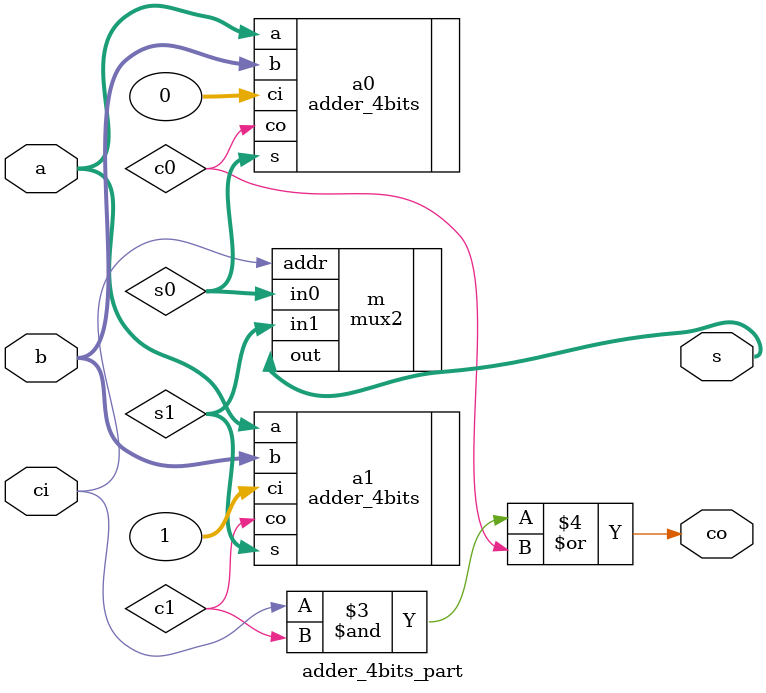
<source format=v>
module adder_4bits_part (a, b, ci, s, co);
    input[3:0] a, b;
    input ci;
    output[3:0] s;
    output co;
    wire[3:0] s0, s1;
    wire c0, c1;
    adder_4bits a0(.a(a), .b(b), .ci(0), .s(s0), .co(c0));
    adder_4bits a1(.a(a), .b(b), .ci(1), .s(s1), .co(c1));
    mux2 m(.in0(s0), .in1(s1), .addr(ci), .out(s));
    assign co = ci&c1 | c0;
endmodule
</source>
